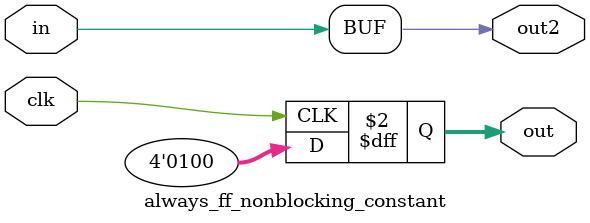
<source format=sv>
module always_ff_nonblocking_constant (input bit clk, input bit in, output bit [3:0] out, output bit out2);
always_ff @(posedge clk)
    out <= 4'd4;
assign out2 = in;
endmodule
</source>
